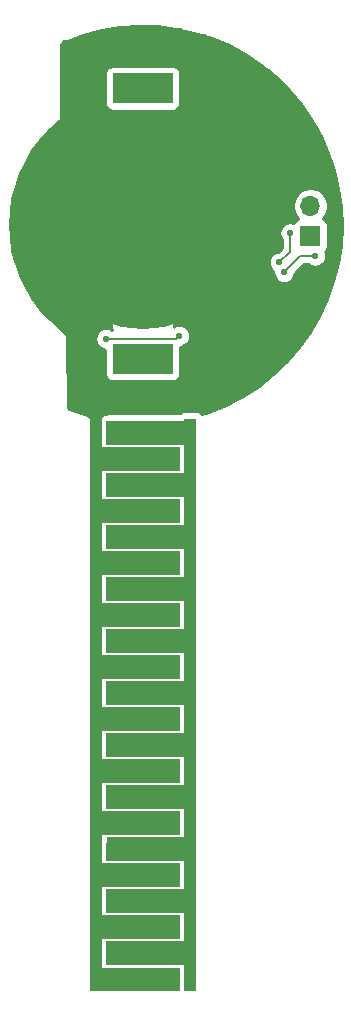
<source format=gbl>
G04 #@! TF.GenerationSoftware,KiCad,Pcbnew,5.1.10*
G04 #@! TF.CreationDate,2021-11-09T15:36:01+02:00*
G04 #@! TF.ProjectId,PlantBuddy,506c616e-7442-4756-9464-792e6b696361,rev?*
G04 #@! TF.SameCoordinates,Original*
G04 #@! TF.FileFunction,Copper,L2,Bot*
G04 #@! TF.FilePolarity,Positive*
%FSLAX46Y46*%
G04 Gerber Fmt 4.6, Leading zero omitted, Abs format (unit mm)*
G04 Created by KiCad (PCBNEW 5.1.10) date 2021-11-09 15:36:01*
%MOMM*%
%LPD*%
G01*
G04 APERTURE LIST*
G04 #@! TA.AperFunction,ComponentPad*
%ADD10O,1.700000X1.700000*%
G04 #@! TD*
G04 #@! TA.AperFunction,ComponentPad*
%ADD11R,1.700000X1.700000*%
G04 #@! TD*
G04 #@! TA.AperFunction,SMDPad,CuDef*
%ADD12R,5.100000X2.500000*%
G04 #@! TD*
G04 #@! TA.AperFunction,SMDPad,CuDef*
%ADD13C,17.800000*%
G04 #@! TD*
G04 #@! TA.AperFunction,ComponentPad*
%ADD14C,0.500000*%
G04 #@! TD*
G04 #@! TA.AperFunction,SMDPad,CuDef*
%ADD15R,4.100000X4.100000*%
G04 #@! TD*
G04 #@! TA.AperFunction,ComponentPad*
%ADD16C,0.100000*%
G04 #@! TD*
G04 #@! TA.AperFunction,ViaPad*
%ADD17C,0.550000*%
G04 #@! TD*
G04 #@! TA.AperFunction,Conductor*
%ADD18C,0.152400*%
G04 #@! TD*
G04 #@! TA.AperFunction,Conductor*
%ADD19C,0.254000*%
G04 #@! TD*
G04 #@! TA.AperFunction,Conductor*
%ADD20C,0.100000*%
G04 #@! TD*
G04 APERTURE END LIST*
D10*
X79892280Y-62856371D03*
D11*
X79892280Y-65396371D03*
D12*
X65694200Y-75803000D03*
D13*
X65694200Y-64353000D03*
D12*
X65694200Y-52903000D03*
D14*
X67450100Y-72725600D03*
X66250100Y-72725600D03*
X65050100Y-72725600D03*
X63850100Y-72725600D03*
X67450100Y-71525600D03*
X66250100Y-71525600D03*
X65050100Y-71525600D03*
X63850100Y-71525600D03*
X67450100Y-70325600D03*
X66250100Y-70325600D03*
X65050100Y-70325600D03*
X63850100Y-70325600D03*
X67450100Y-69125600D03*
X66250100Y-69125600D03*
X65050100Y-69125600D03*
X63850100Y-69125600D03*
D15*
X65650100Y-70925600D03*
G04 #@! TA.AperFunction,ComponentPad*
D16*
G36*
X70219241Y-80863496D02*
G01*
X70220179Y-80863781D01*
X70221044Y-80864243D01*
X70221802Y-80864864D01*
X70222423Y-80865622D01*
X70222885Y-80866487D01*
X70223170Y-80867425D01*
X70223266Y-80868400D01*
X70223266Y-129340066D01*
X70223170Y-129341041D01*
X70222885Y-129341979D01*
X70222423Y-129342844D01*
X70221802Y-129343602D01*
X70221044Y-129344223D01*
X70220179Y-129344685D01*
X70219241Y-129344970D01*
X70218266Y-129345066D01*
X69219199Y-129345066D01*
X69218224Y-129344970D01*
X69217286Y-129344685D01*
X69216421Y-129344223D01*
X69215663Y-129343602D01*
X69215042Y-129342844D01*
X69214580Y-129341979D01*
X69214295Y-129341041D01*
X69214199Y-129340066D01*
X69214199Y-127143733D01*
X62623666Y-127143733D01*
X62622691Y-127143637D01*
X62621753Y-127143352D01*
X62620888Y-127142890D01*
X62620130Y-127142269D01*
X62619509Y-127141511D01*
X62619047Y-127140646D01*
X62618762Y-127139708D01*
X62618666Y-127138733D01*
X62618666Y-125132133D01*
X62618762Y-125131158D01*
X62619047Y-125130220D01*
X62619509Y-125129355D01*
X62620130Y-125128597D01*
X62620888Y-125127976D01*
X62621753Y-125127514D01*
X62622691Y-125127229D01*
X62623666Y-125127133D01*
X69214249Y-125127133D01*
X69209975Y-122736830D01*
X65919313Y-122734705D01*
X62623663Y-122732578D01*
X62622687Y-122732481D01*
X62621750Y-122732196D01*
X62620885Y-122731734D01*
X62620128Y-122731111D01*
X62619507Y-122730353D01*
X62619045Y-122729488D01*
X62618761Y-122728550D01*
X62618666Y-122727578D01*
X62618666Y-120729466D01*
X62618762Y-120728491D01*
X62619047Y-120727553D01*
X62619509Y-120726688D01*
X62620130Y-120725930D01*
X62620888Y-120725309D01*
X62621753Y-120724847D01*
X62622691Y-120724562D01*
X62623666Y-120724466D01*
X69214199Y-120724466D01*
X69214199Y-118329933D01*
X62623597Y-118329933D01*
X62622622Y-118329837D01*
X62621684Y-118329552D01*
X62620819Y-118329090D01*
X62620061Y-118328469D01*
X62619440Y-118327711D01*
X62618978Y-118326846D01*
X62618693Y-118325908D01*
X62618597Y-118324922D01*
X62620748Y-117323739D01*
X62622900Y-116322555D01*
X62622998Y-116321580D01*
X62623285Y-116320643D01*
X62623749Y-116319779D01*
X62624372Y-116319023D01*
X62625131Y-116318403D01*
X62625997Y-116317943D01*
X62626935Y-116317660D01*
X62627897Y-116317566D01*
X65923547Y-116315439D01*
X69214199Y-116313314D01*
X69214199Y-113927266D01*
X62623666Y-113927266D01*
X62622691Y-113927170D01*
X62621753Y-113926885D01*
X62620888Y-113926423D01*
X62620130Y-113925802D01*
X62619509Y-113925044D01*
X62619047Y-113924179D01*
X62618762Y-113923241D01*
X62618666Y-113922266D01*
X62618666Y-111915666D01*
X62618762Y-111914691D01*
X62619047Y-111913753D01*
X62619509Y-111912888D01*
X62620130Y-111912130D01*
X62620888Y-111911509D01*
X62621753Y-111911047D01*
X62622691Y-111910762D01*
X62623666Y-111910666D01*
X69214199Y-111910666D01*
X69214199Y-109516133D01*
X62623666Y-109516133D01*
X62622691Y-109516037D01*
X62621753Y-109515752D01*
X62620888Y-109515290D01*
X62620130Y-109514669D01*
X62619509Y-109513911D01*
X62619047Y-109513046D01*
X62618762Y-109512108D01*
X62618666Y-109511133D01*
X62618666Y-107513021D01*
X62618762Y-107512046D01*
X62619047Y-107511108D01*
X62619509Y-107510243D01*
X62620130Y-107509485D01*
X62620888Y-107508864D01*
X62621753Y-107508402D01*
X62622691Y-107508117D01*
X62623663Y-107508021D01*
X65919313Y-107505894D01*
X69209975Y-107503769D01*
X69214249Y-105113466D01*
X62623666Y-105113466D01*
X62622691Y-105113370D01*
X62621753Y-105113085D01*
X62620888Y-105112623D01*
X62620130Y-105112002D01*
X62619509Y-105111244D01*
X62619047Y-105110379D01*
X62618762Y-105109441D01*
X62618666Y-105108466D01*
X62618666Y-103101866D01*
X62618762Y-103100891D01*
X62619047Y-103099953D01*
X62619509Y-103099088D01*
X62620130Y-103098330D01*
X62620888Y-103097709D01*
X62621753Y-103097247D01*
X62622691Y-103096962D01*
X62623666Y-103096866D01*
X69214199Y-103096866D01*
X69214199Y-100702333D01*
X62623666Y-100702333D01*
X62622691Y-100702237D01*
X62621753Y-100701952D01*
X62620888Y-100701490D01*
X62620130Y-100700869D01*
X62619509Y-100700111D01*
X62619047Y-100699246D01*
X62618762Y-100698308D01*
X62618666Y-100697333D01*
X62618666Y-98699200D01*
X62618762Y-98698225D01*
X62619047Y-98697287D01*
X62619509Y-98696422D01*
X62620130Y-98695664D01*
X62620888Y-98695043D01*
X62621753Y-98694581D01*
X62622691Y-98694296D01*
X62623666Y-98694200D01*
X69214199Y-98694200D01*
X69214199Y-96299666D01*
X62623666Y-96299666D01*
X62622691Y-96299570D01*
X62621753Y-96299285D01*
X62620888Y-96298823D01*
X62620130Y-96298202D01*
X62619509Y-96297444D01*
X62619047Y-96296579D01*
X62618762Y-96295641D01*
X62618666Y-96294666D01*
X62618666Y-94288066D01*
X62618762Y-94287091D01*
X62619047Y-94286153D01*
X62619509Y-94285288D01*
X62620130Y-94284530D01*
X62620888Y-94283909D01*
X62621753Y-94283447D01*
X62622691Y-94283162D01*
X62623666Y-94283066D01*
X69214199Y-94283066D01*
X69214199Y-91888533D01*
X62623666Y-91888533D01*
X62622691Y-91888437D01*
X62621753Y-91888152D01*
X62620888Y-91887690D01*
X62620130Y-91887069D01*
X62619509Y-91886311D01*
X62619047Y-91885446D01*
X62618762Y-91884508D01*
X62618666Y-91883533D01*
X62618666Y-89885400D01*
X62618762Y-89884425D01*
X62619047Y-89883487D01*
X62619509Y-89882622D01*
X62620130Y-89881864D01*
X62620888Y-89881243D01*
X62621753Y-89880781D01*
X62622691Y-89880496D01*
X62623666Y-89880400D01*
X69214199Y-89880400D01*
X69214199Y-87485866D01*
X62623666Y-87485866D01*
X62622691Y-87485770D01*
X62621753Y-87485485D01*
X62620888Y-87485023D01*
X62620130Y-87484402D01*
X62619509Y-87483644D01*
X62619047Y-87482779D01*
X62618762Y-87481841D01*
X62618666Y-87480866D01*
X62618666Y-85474266D01*
X62618762Y-85473291D01*
X62619047Y-85472353D01*
X62619509Y-85471488D01*
X62620130Y-85470730D01*
X62620888Y-85470109D01*
X62621753Y-85469647D01*
X62622691Y-85469362D01*
X62623666Y-85469266D01*
X69214199Y-85469266D01*
X69214199Y-83074733D01*
X62623666Y-83074733D01*
X62622691Y-83074637D01*
X62621753Y-83074352D01*
X62620888Y-83073890D01*
X62620130Y-83073269D01*
X62619509Y-83072511D01*
X62619047Y-83071646D01*
X62618762Y-83070708D01*
X62618666Y-83069733D01*
X62618666Y-81071600D01*
X62618762Y-81070625D01*
X62619047Y-81069687D01*
X62619509Y-81068822D01*
X62620130Y-81068064D01*
X62620888Y-81067443D01*
X62621753Y-81066981D01*
X62622691Y-81066696D01*
X62623666Y-81066600D01*
X69214199Y-81066600D01*
X69214199Y-80868400D01*
X69214295Y-80867425D01*
X69214580Y-80866487D01*
X69215042Y-80865622D01*
X69215663Y-80864864D01*
X69216421Y-80864243D01*
X69217286Y-80863781D01*
X69218224Y-80863496D01*
X69219199Y-80863400D01*
X70218266Y-80863400D01*
X70219241Y-80863496D01*
G37*
G04 #@! TD.AperFunction*
G04 #@! TA.AperFunction,ComponentPad*
G36*
X62218241Y-80863496D02*
G01*
X62219179Y-80863781D01*
X62220044Y-80864243D01*
X62220802Y-80864864D01*
X62221423Y-80865622D01*
X62221885Y-80866487D01*
X62222170Y-80867425D01*
X62222266Y-80868400D01*
X62222266Y-83267933D01*
X68812799Y-83267933D01*
X68813774Y-83268029D01*
X68814712Y-83268314D01*
X68815577Y-83268776D01*
X68816335Y-83269397D01*
X68816956Y-83270155D01*
X68817418Y-83271020D01*
X68817703Y-83271958D01*
X68817799Y-83272933D01*
X68817799Y-85279533D01*
X68817703Y-85280508D01*
X68817418Y-85281446D01*
X68816956Y-85282311D01*
X68816335Y-85283069D01*
X68815577Y-85283690D01*
X68814712Y-85284152D01*
X68813774Y-85284437D01*
X68812799Y-85284533D01*
X62222217Y-85284533D01*
X62224354Y-86479674D01*
X62226490Y-87674836D01*
X65517153Y-87676960D01*
X68812803Y-87679088D01*
X68813779Y-87679185D01*
X68814716Y-87679470D01*
X68815581Y-87679932D01*
X68816338Y-87680555D01*
X68816959Y-87681313D01*
X68817421Y-87682178D01*
X68817705Y-87683116D01*
X68817800Y-87684088D01*
X68817799Y-88683144D01*
X68817799Y-89682200D01*
X68817703Y-89683175D01*
X68817418Y-89684113D01*
X68816956Y-89684978D01*
X68816335Y-89685736D01*
X68815577Y-89686357D01*
X68814712Y-89686819D01*
X68813774Y-89687104D01*
X68812799Y-89687200D01*
X62222266Y-89687200D01*
X62222266Y-92081733D01*
X68812869Y-92081733D01*
X68813844Y-92081829D01*
X68814782Y-92082114D01*
X68815647Y-92082576D01*
X68816405Y-92083197D01*
X68817026Y-92083955D01*
X68817488Y-92084820D01*
X68817773Y-92085758D01*
X68817869Y-92086744D01*
X68815718Y-93087927D01*
X68813566Y-94089110D01*
X68813468Y-94090085D01*
X68813181Y-94091022D01*
X68812717Y-94091886D01*
X68812094Y-94092642D01*
X68811335Y-94093262D01*
X68810469Y-94093722D01*
X68809531Y-94094005D01*
X68808569Y-94094099D01*
X65512919Y-94096227D01*
X62222266Y-94098351D01*
X62222266Y-96484399D01*
X68812799Y-96484399D01*
X68813774Y-96484495D01*
X68814712Y-96484780D01*
X68815577Y-96485242D01*
X68816335Y-96485863D01*
X68816956Y-96486621D01*
X68817418Y-96487486D01*
X68817703Y-96488424D01*
X68817799Y-96489399D01*
X68817799Y-98496000D01*
X68817703Y-98496975D01*
X68817418Y-98497913D01*
X68816956Y-98498778D01*
X68816335Y-98499536D01*
X68815577Y-98500157D01*
X68814712Y-98500619D01*
X68813774Y-98500904D01*
X68812799Y-98501000D01*
X62222266Y-98501000D01*
X62222266Y-100895533D01*
X68812799Y-100895533D01*
X68813774Y-100895629D01*
X68814712Y-100895914D01*
X68815577Y-100896376D01*
X68816335Y-100896997D01*
X68816956Y-100897755D01*
X68817418Y-100898620D01*
X68817703Y-100899558D01*
X68817799Y-100900533D01*
X68817799Y-101899589D01*
X68817800Y-102898645D01*
X68817704Y-102899620D01*
X68817419Y-102900558D01*
X68816957Y-102901423D01*
X68816336Y-102902181D01*
X68815578Y-102902802D01*
X68814713Y-102903264D01*
X68813775Y-102903549D01*
X68812803Y-102903645D01*
X65517153Y-102905772D01*
X62226490Y-102907897D01*
X62224354Y-104103059D01*
X62222217Y-105298200D01*
X68812799Y-105298200D01*
X68813774Y-105298296D01*
X68814712Y-105298581D01*
X68815577Y-105299043D01*
X68816335Y-105299664D01*
X68816956Y-105300422D01*
X68817418Y-105301287D01*
X68817703Y-105302225D01*
X68817799Y-105303200D01*
X68817799Y-107309799D01*
X68817703Y-107310774D01*
X68817418Y-107311712D01*
X68816956Y-107312577D01*
X68816335Y-107313335D01*
X68815577Y-107313956D01*
X68814712Y-107314418D01*
X68813774Y-107314703D01*
X68812799Y-107314799D01*
X62222266Y-107314799D01*
X62222266Y-109709333D01*
X68812799Y-109709333D01*
X68813774Y-109709429D01*
X68814712Y-109709714D01*
X68815577Y-109710176D01*
X68816335Y-109710797D01*
X68816956Y-109711555D01*
X68817418Y-109712420D01*
X68817703Y-109713358D01*
X68817799Y-109714333D01*
X68817799Y-111712466D01*
X68817703Y-111713441D01*
X68817418Y-111714379D01*
X68816956Y-111715244D01*
X68816335Y-111716002D01*
X68815577Y-111716623D01*
X68814712Y-111717085D01*
X68813774Y-111717370D01*
X68812799Y-111717466D01*
X62222266Y-111717466D01*
X62222266Y-114111999D01*
X68812799Y-114111999D01*
X68813774Y-114112095D01*
X68814712Y-114112380D01*
X68815577Y-114112842D01*
X68816335Y-114113463D01*
X68816956Y-114114221D01*
X68817418Y-114115086D01*
X68817703Y-114116024D01*
X68817799Y-114116999D01*
X68817799Y-116123600D01*
X68817703Y-116124575D01*
X68817418Y-116125513D01*
X68816956Y-116126378D01*
X68816335Y-116127136D01*
X68815577Y-116127757D01*
X68814712Y-116128219D01*
X68813774Y-116128504D01*
X68812799Y-116128600D01*
X62222266Y-116128600D01*
X62222266Y-118523133D01*
X68812799Y-118523133D01*
X68813774Y-118523229D01*
X68814712Y-118523514D01*
X68815577Y-118523976D01*
X68816335Y-118524597D01*
X68816956Y-118525355D01*
X68817418Y-118526220D01*
X68817703Y-118527158D01*
X68817799Y-118528133D01*
X68817799Y-120526266D01*
X68817703Y-120527241D01*
X68817418Y-120528179D01*
X68816956Y-120529044D01*
X68816335Y-120529802D01*
X68815577Y-120530423D01*
X68814712Y-120530885D01*
X68813774Y-120531170D01*
X68812799Y-120531266D01*
X62222266Y-120531266D01*
X62222266Y-122925800D01*
X68812799Y-122925800D01*
X68813774Y-122925896D01*
X68814712Y-122926181D01*
X68815577Y-122926643D01*
X68816335Y-122927264D01*
X68816956Y-122928022D01*
X68817418Y-122928887D01*
X68817703Y-122929825D01*
X68817799Y-122930800D01*
X68817799Y-124937400D01*
X68817703Y-124938375D01*
X68817418Y-124939313D01*
X68816956Y-124940178D01*
X68816335Y-124940936D01*
X68815577Y-124941557D01*
X68814712Y-124942019D01*
X68813774Y-124942304D01*
X68812799Y-124942400D01*
X62222266Y-124942400D01*
X62222266Y-127336933D01*
X68812799Y-127336933D01*
X68813774Y-127337029D01*
X68814712Y-127337314D01*
X68815577Y-127337776D01*
X68816335Y-127338397D01*
X68816956Y-127339155D01*
X68817418Y-127340020D01*
X68817703Y-127340958D01*
X68817799Y-127341933D01*
X68817799Y-129340066D01*
X68817703Y-129341041D01*
X68817418Y-129341979D01*
X68816956Y-129342844D01*
X68816335Y-129343602D01*
X68815577Y-129344223D01*
X68814712Y-129344685D01*
X68813774Y-129344970D01*
X68812799Y-129345066D01*
X61218200Y-129345066D01*
X61217225Y-129344970D01*
X61216287Y-129344685D01*
X61215422Y-129344223D01*
X61214664Y-129343602D01*
X61214043Y-129342844D01*
X61213581Y-129341979D01*
X61213296Y-129341041D01*
X61213200Y-129340066D01*
X61213200Y-80868400D01*
X61213296Y-80867425D01*
X61213581Y-80866487D01*
X61214043Y-80865622D01*
X61214664Y-80864864D01*
X61215422Y-80864243D01*
X61216287Y-80863781D01*
X61217225Y-80863496D01*
X61218200Y-80863400D01*
X62217266Y-80863400D01*
X62218241Y-80863496D01*
G37*
G04 #@! TD.AperFunction*
D17*
X62575090Y-74108571D03*
X68792480Y-73854571D03*
X70316480Y-70400171D03*
X55016400Y-64414400D03*
X70874780Y-79929033D03*
X72801358Y-79166246D03*
X74617142Y-78168011D03*
X76293496Y-76950069D03*
X77803982Y-75531627D03*
X79124780Y-73935057D03*
X80235060Y-72185536D03*
X81117312Y-70310655D03*
X81757622Y-68339983D03*
X82145893Y-66304598D03*
X82276000Y-64236600D03*
X82145893Y-62168602D03*
X81757622Y-60133217D03*
X81117312Y-58162545D03*
X80235060Y-56287664D03*
X79124780Y-54538143D03*
X77803982Y-52941573D03*
X76293496Y-51523131D03*
X74617142Y-50305189D03*
X72801358Y-49306954D03*
X70874780Y-48544167D03*
X68867792Y-48028860D03*
X66812044Y-47769159D03*
X64739956Y-47769159D03*
X62684208Y-48028860D03*
X60677220Y-48544167D03*
X59140480Y-49089571D03*
X55099196Y-65730399D03*
X55346277Y-67025644D03*
X55753747Y-68279708D03*
X56315180Y-69472814D03*
X58823448Y-72504789D03*
X58823448Y-56324011D03*
X57862229Y-57226655D03*
X57021722Y-58242655D03*
X56315180Y-59355986D03*
X55753747Y-60549092D03*
X55346277Y-61803156D03*
X55099196Y-63098401D03*
X77860280Y-72381371D03*
X77834880Y-70781171D03*
X74863080Y-75886571D03*
X64068080Y-79467971D03*
X59292880Y-55464971D03*
X58302280Y-62729371D03*
X67522480Y-55388771D03*
X65769843Y-55302980D03*
X60677220Y-79929033D03*
X59369080Y-73346571D03*
X59165880Y-50588171D03*
X59191280Y-52061371D03*
X59191280Y-53661571D03*
X59422480Y-74537771D03*
X65706377Y-52891763D03*
X77250680Y-67631571D03*
X78165080Y-65142371D03*
X77657080Y-68469771D03*
X80298680Y-67098171D03*
D18*
X62575090Y-74108571D02*
X68538480Y-74108571D01*
X68538480Y-74108571D02*
X68792480Y-73854571D01*
X77250680Y-67631571D02*
X78165080Y-66717171D01*
X78165080Y-66717171D02*
X78165080Y-65142371D01*
X79028680Y-67098171D02*
X80298680Y-67098171D01*
X77657080Y-68469771D02*
X79028680Y-67098171D01*
D19*
X66891529Y-47657860D02*
X68464836Y-47842638D01*
X70013759Y-48174655D01*
X71524584Y-48650971D01*
X72983860Y-49267348D01*
X74378663Y-50018323D01*
X75696602Y-50897227D01*
X76925977Y-51896258D01*
X78055880Y-53006550D01*
X79076279Y-54218247D01*
X79978124Y-55520602D01*
X80753402Y-56902045D01*
X81395228Y-58350302D01*
X81897920Y-59852554D01*
X82257002Y-61395431D01*
X82469295Y-62965266D01*
X82532911Y-64548093D01*
X82447286Y-66129904D01*
X82213180Y-67696635D01*
X81832675Y-69234362D01*
X81309138Y-70729476D01*
X80647228Y-72168677D01*
X79852815Y-73539197D01*
X78932942Y-74828884D01*
X77895794Y-76026266D01*
X76750550Y-77120744D01*
X75507410Y-78102571D01*
X74177366Y-78963066D01*
X72772259Y-79694566D01*
X71297335Y-80293517D01*
X70727612Y-80478649D01*
X70716002Y-80461252D01*
X70715381Y-80460494D01*
X70626172Y-80371285D01*
X70625414Y-80370664D01*
X70521651Y-80301419D01*
X70520786Y-80300957D01*
X70405676Y-80253268D01*
X70404738Y-80252983D01*
X70281764Y-80228495D01*
X70280789Y-80228399D01*
X70218266Y-80225328D01*
X69219199Y-80225328D01*
X69156676Y-80228399D01*
X69155701Y-80228495D01*
X69032727Y-80252983D01*
X69031789Y-80253268D01*
X68916679Y-80300957D01*
X68915814Y-80301419D01*
X68812051Y-80370664D01*
X68811293Y-80371285D01*
X68754050Y-80428528D01*
X62623666Y-80428528D01*
X62561143Y-80431599D01*
X62560168Y-80431695D01*
X62437194Y-80456183D01*
X62436256Y-80456468D01*
X62321146Y-80504157D01*
X62320281Y-80504619D01*
X62216518Y-80573864D01*
X62215760Y-80574485D01*
X62126551Y-80663694D01*
X62125930Y-80664452D01*
X62056685Y-80768215D01*
X62056223Y-80769080D01*
X62008534Y-80884190D01*
X62008249Y-80885128D01*
X61983761Y-81008102D01*
X61983665Y-81009077D01*
X61980594Y-81071600D01*
X61980594Y-83069733D01*
X61983665Y-83132256D01*
X61983761Y-83133231D01*
X62008249Y-83256205D01*
X62008534Y-83257143D01*
X62056223Y-83372253D01*
X62056685Y-83373118D01*
X62125930Y-83476881D01*
X62126551Y-83477639D01*
X62215760Y-83566848D01*
X62216518Y-83567469D01*
X62320281Y-83636714D01*
X62321146Y-83637176D01*
X62436256Y-83684865D01*
X62437194Y-83685150D01*
X62560168Y-83709638D01*
X62561143Y-83709734D01*
X62623666Y-83712805D01*
X68576127Y-83712805D01*
X68576127Y-84831194D01*
X62623666Y-84831194D01*
X62561143Y-84834265D01*
X62560168Y-84834361D01*
X62437194Y-84858849D01*
X62436256Y-84859134D01*
X62321146Y-84906823D01*
X62320281Y-84907285D01*
X62216518Y-84976530D01*
X62215760Y-84977151D01*
X62126551Y-85066360D01*
X62125930Y-85067118D01*
X62056685Y-85170881D01*
X62056223Y-85171746D01*
X62008534Y-85286856D01*
X62008249Y-85287794D01*
X61983761Y-85410768D01*
X61983665Y-85411743D01*
X61980594Y-85474266D01*
X61980594Y-87403178D01*
X61404080Y-87411363D01*
X61404080Y-81227930D01*
X61404811Y-81217472D01*
X61404080Y-81187604D01*
X61404080Y-81168033D01*
X61403443Y-81161562D01*
X61403232Y-81152956D01*
X61399575Y-81122295D01*
X61394168Y-81067397D01*
X61382943Y-81030394D01*
X61381949Y-81025796D01*
X61372797Y-80996945D01*
X61354999Y-80938274D01*
X61337478Y-80905495D01*
X61337216Y-80904877D01*
X61331297Y-80893931D01*
X61291392Y-80819273D01*
X61205790Y-80714969D01*
X61101486Y-80629368D01*
X60982485Y-80565761D01*
X60932836Y-80550700D01*
X59420775Y-80021229D01*
X59324955Y-79977160D01*
X59250442Y-74018944D01*
X61665090Y-74018944D01*
X61665090Y-74198198D01*
X61700061Y-74374008D01*
X61768659Y-74539618D01*
X61868247Y-74688662D01*
X61994999Y-74815414D01*
X62144043Y-74915002D01*
X62309653Y-74983600D01*
X62485463Y-75018571D01*
X62506128Y-75018571D01*
X62506128Y-77053000D01*
X62518388Y-77177482D01*
X62554698Y-77297180D01*
X62613663Y-77407494D01*
X62693015Y-77504185D01*
X62789706Y-77583537D01*
X62900020Y-77642502D01*
X63019718Y-77678812D01*
X63144200Y-77691072D01*
X68244200Y-77691072D01*
X68368682Y-77678812D01*
X68488380Y-77642502D01*
X68598694Y-77583537D01*
X68695385Y-77504185D01*
X68774737Y-77407494D01*
X68833702Y-77297180D01*
X68870012Y-77177482D01*
X68882272Y-77053000D01*
X68882272Y-74764538D01*
X69057917Y-74729600D01*
X69223527Y-74661002D01*
X69372571Y-74561414D01*
X69499323Y-74434662D01*
X69598911Y-74285618D01*
X69667509Y-74120008D01*
X69702480Y-73944198D01*
X69702480Y-73764944D01*
X69667509Y-73589134D01*
X69598911Y-73423524D01*
X69499323Y-73274480D01*
X69372571Y-73147728D01*
X69223527Y-73048140D01*
X69057917Y-72979542D01*
X68882107Y-72944571D01*
X68702853Y-72944571D01*
X68527043Y-72979542D01*
X68361433Y-73048140D01*
X68328886Y-73069887D01*
X68338172Y-72975600D01*
X68335100Y-71211350D01*
X68237579Y-71113829D01*
X68234927Y-71107426D01*
X68231094Y-71107344D01*
X68176350Y-71052600D01*
X67869513Y-71052600D01*
X67872148Y-70929604D01*
X67872316Y-70929436D01*
X67872234Y-70925600D01*
X67872316Y-70921764D01*
X67872148Y-70921596D01*
X67869513Y-70798600D01*
X68176350Y-70798600D01*
X68231094Y-70743856D01*
X68234927Y-70743774D01*
X68237563Y-70737387D01*
X68335100Y-70639850D01*
X68338172Y-68875600D01*
X68325912Y-68751118D01*
X68289602Y-68631420D01*
X68230637Y-68521106D01*
X68151285Y-68424415D01*
X68054594Y-68345063D01*
X67944280Y-68286098D01*
X67824582Y-68249788D01*
X67700100Y-68237528D01*
X65935850Y-68240600D01*
X65838329Y-68338121D01*
X65831926Y-68340773D01*
X65831844Y-68344606D01*
X65777100Y-68399350D01*
X65777100Y-68706187D01*
X65654104Y-68703552D01*
X65653936Y-68703384D01*
X65650100Y-68703466D01*
X65646264Y-68703384D01*
X65646096Y-68703552D01*
X65523100Y-68706187D01*
X65523100Y-68399350D01*
X65468356Y-68344606D01*
X65468274Y-68340773D01*
X65461887Y-68338137D01*
X65364350Y-68240600D01*
X63600100Y-68237528D01*
X63475618Y-68249788D01*
X63355920Y-68286098D01*
X63245606Y-68345063D01*
X63148915Y-68424415D01*
X63069563Y-68521106D01*
X63010598Y-68631420D01*
X62974288Y-68751118D01*
X62962028Y-68875600D01*
X62965100Y-70639850D01*
X63062621Y-70737371D01*
X63065273Y-70743774D01*
X63069106Y-70743856D01*
X63123850Y-70798600D01*
X63430687Y-70798600D01*
X63428052Y-70921596D01*
X63427884Y-70921764D01*
X63427966Y-70925600D01*
X63427884Y-70929436D01*
X63428052Y-70929604D01*
X63430687Y-71052600D01*
X63123850Y-71052600D01*
X63069106Y-71107344D01*
X63065273Y-71107426D01*
X63062637Y-71113813D01*
X62965100Y-71211350D01*
X62962028Y-72975600D01*
X62974288Y-73100082D01*
X63010598Y-73219780D01*
X63069563Y-73330094D01*
X63095776Y-73362035D01*
X63006137Y-73302140D01*
X62840527Y-73233542D01*
X62664717Y-73198571D01*
X62485463Y-73198571D01*
X62309653Y-73233542D01*
X62144043Y-73302140D01*
X61994999Y-73401728D01*
X61868247Y-73528480D01*
X61768659Y-73677524D01*
X61700061Y-73843134D01*
X61665090Y-74018944D01*
X59250442Y-74018944D01*
X59247339Y-73770864D01*
X59244589Y-73746120D01*
X59237065Y-73722388D01*
X59225055Y-73700580D01*
X59203084Y-73676099D01*
X58566267Y-73129290D01*
X57743211Y-72383315D01*
X57000287Y-71563624D01*
X56341291Y-70675071D01*
X55772555Y-69726193D01*
X55299563Y-68726135D01*
X54926877Y-67684546D01*
X54891158Y-67541944D01*
X76340680Y-67541944D01*
X76340680Y-67721198D01*
X76375651Y-67897008D01*
X76444249Y-68062618D01*
X76543837Y-68211662D01*
X76670589Y-68338414D01*
X76747080Y-68389524D01*
X76747080Y-68559398D01*
X76782051Y-68735208D01*
X76850649Y-68900818D01*
X76950237Y-69049862D01*
X77076989Y-69176614D01*
X77226033Y-69276202D01*
X77391643Y-69344800D01*
X77567453Y-69379771D01*
X77746707Y-69379771D01*
X77922517Y-69344800D01*
X78088127Y-69276202D01*
X78237171Y-69176614D01*
X78363923Y-69049862D01*
X78463511Y-68900818D01*
X78532109Y-68735208D01*
X78565550Y-68567088D01*
X79323269Y-67809371D01*
X79725110Y-67809371D01*
X79867633Y-67904602D01*
X80033243Y-67973200D01*
X80209053Y-68008171D01*
X80388307Y-68008171D01*
X80564117Y-67973200D01*
X80729727Y-67904602D01*
X80878771Y-67805014D01*
X81005523Y-67678262D01*
X81105111Y-67529218D01*
X81173709Y-67363608D01*
X81208680Y-67187798D01*
X81208680Y-67008544D01*
X81173709Y-66832734D01*
X81136933Y-66743950D01*
X81193465Y-66697556D01*
X81272817Y-66600865D01*
X81331782Y-66490551D01*
X81368092Y-66370853D01*
X81380352Y-66246371D01*
X81380352Y-64546371D01*
X81368092Y-64421889D01*
X81331782Y-64302191D01*
X81272817Y-64191877D01*
X81193465Y-64095186D01*
X81096774Y-64015834D01*
X80986460Y-63956869D01*
X80913900Y-63934858D01*
X81045755Y-63803003D01*
X81208270Y-63559782D01*
X81320212Y-63289529D01*
X81377280Y-63002631D01*
X81377280Y-62710111D01*
X81320212Y-62423213D01*
X81208270Y-62152960D01*
X81045755Y-61909739D01*
X80838912Y-61702896D01*
X80595691Y-61540381D01*
X80325438Y-61428439D01*
X80038540Y-61371371D01*
X79746020Y-61371371D01*
X79459122Y-61428439D01*
X79188869Y-61540381D01*
X78945648Y-61702896D01*
X78738805Y-61909739D01*
X78576290Y-62152960D01*
X78464348Y-62423213D01*
X78407280Y-62710111D01*
X78407280Y-63002631D01*
X78464348Y-63289529D01*
X78576290Y-63559782D01*
X78738805Y-63803003D01*
X78870660Y-63934858D01*
X78798100Y-63956869D01*
X78687786Y-64015834D01*
X78591095Y-64095186D01*
X78511743Y-64191877D01*
X78463994Y-64281208D01*
X78430517Y-64267342D01*
X78254707Y-64232371D01*
X78075453Y-64232371D01*
X77899643Y-64267342D01*
X77734033Y-64335940D01*
X77584989Y-64435528D01*
X77458237Y-64562280D01*
X77358649Y-64711324D01*
X77290051Y-64876934D01*
X77255080Y-65052744D01*
X77255080Y-65231998D01*
X77290051Y-65407808D01*
X77358649Y-65573418D01*
X77453881Y-65715942D01*
X77453880Y-66422583D01*
X77153363Y-66723101D01*
X76985243Y-66756542D01*
X76819633Y-66825140D01*
X76670589Y-66924728D01*
X76543837Y-67051480D01*
X76444249Y-67200524D01*
X76375651Y-67366134D01*
X76340680Y-67541944D01*
X54891158Y-67541944D01*
X54658074Y-66611426D01*
X54495753Y-65517145D01*
X54441470Y-64412209D01*
X54495753Y-63307273D01*
X54658074Y-62212992D01*
X54926877Y-61139872D01*
X55299563Y-60098283D01*
X55772555Y-59098225D01*
X56341291Y-58149347D01*
X57000287Y-57260794D01*
X57743211Y-56441103D01*
X58562900Y-55698180D01*
X58755089Y-55555644D01*
X58773537Y-55538924D01*
X58788367Y-55518927D01*
X58799012Y-55496421D01*
X58805061Y-55472271D01*
X58806436Y-55453663D01*
X58807247Y-51653000D01*
X62506128Y-51653000D01*
X62506128Y-54153000D01*
X62518388Y-54277482D01*
X62554698Y-54397180D01*
X62613663Y-54507494D01*
X62693015Y-54604185D01*
X62789706Y-54683537D01*
X62900020Y-54742502D01*
X63019718Y-54778812D01*
X63144200Y-54791072D01*
X68244200Y-54791072D01*
X68368682Y-54778812D01*
X68488380Y-54742502D01*
X68598694Y-54683537D01*
X68695385Y-54604185D01*
X68774737Y-54507494D01*
X68833702Y-54397180D01*
X68870012Y-54277482D01*
X68882272Y-54153000D01*
X68882272Y-51653000D01*
X68870012Y-51528518D01*
X68833702Y-51408820D01*
X68774737Y-51298506D01*
X68695385Y-51201815D01*
X68598694Y-51122463D01*
X68488380Y-51063498D01*
X68368682Y-51027188D01*
X68244200Y-51014928D01*
X63144200Y-51014928D01*
X63019718Y-51027188D01*
X62900020Y-51063498D01*
X62789706Y-51122463D01*
X62693015Y-51201815D01*
X62613663Y-51298506D01*
X62554698Y-51408820D01*
X62518388Y-51528518D01*
X62506128Y-51653000D01*
X58807247Y-51653000D01*
X58807789Y-49117897D01*
X59148822Y-48953758D01*
X60634524Y-48404135D01*
X62165368Y-47996765D01*
X63727757Y-47735267D01*
X65307823Y-47621964D01*
X66891529Y-47657860D01*
G04 #@! TA.AperFunction,Conductor*
D20*
G36*
X66891529Y-47657860D02*
G01*
X68464836Y-47842638D01*
X70013759Y-48174655D01*
X71524584Y-48650971D01*
X72983860Y-49267348D01*
X74378663Y-50018323D01*
X75696602Y-50897227D01*
X76925977Y-51896258D01*
X78055880Y-53006550D01*
X79076279Y-54218247D01*
X79978124Y-55520602D01*
X80753402Y-56902045D01*
X81395228Y-58350302D01*
X81897920Y-59852554D01*
X82257002Y-61395431D01*
X82469295Y-62965266D01*
X82532911Y-64548093D01*
X82447286Y-66129904D01*
X82213180Y-67696635D01*
X81832675Y-69234362D01*
X81309138Y-70729476D01*
X80647228Y-72168677D01*
X79852815Y-73539197D01*
X78932942Y-74828884D01*
X77895794Y-76026266D01*
X76750550Y-77120744D01*
X75507410Y-78102571D01*
X74177366Y-78963066D01*
X72772259Y-79694566D01*
X71297335Y-80293517D01*
X70727612Y-80478649D01*
X70716002Y-80461252D01*
X70715381Y-80460494D01*
X70626172Y-80371285D01*
X70625414Y-80370664D01*
X70521651Y-80301419D01*
X70520786Y-80300957D01*
X70405676Y-80253268D01*
X70404738Y-80252983D01*
X70281764Y-80228495D01*
X70280789Y-80228399D01*
X70218266Y-80225328D01*
X69219199Y-80225328D01*
X69156676Y-80228399D01*
X69155701Y-80228495D01*
X69032727Y-80252983D01*
X69031789Y-80253268D01*
X68916679Y-80300957D01*
X68915814Y-80301419D01*
X68812051Y-80370664D01*
X68811293Y-80371285D01*
X68754050Y-80428528D01*
X62623666Y-80428528D01*
X62561143Y-80431599D01*
X62560168Y-80431695D01*
X62437194Y-80456183D01*
X62436256Y-80456468D01*
X62321146Y-80504157D01*
X62320281Y-80504619D01*
X62216518Y-80573864D01*
X62215760Y-80574485D01*
X62126551Y-80663694D01*
X62125930Y-80664452D01*
X62056685Y-80768215D01*
X62056223Y-80769080D01*
X62008534Y-80884190D01*
X62008249Y-80885128D01*
X61983761Y-81008102D01*
X61983665Y-81009077D01*
X61980594Y-81071600D01*
X61980594Y-83069733D01*
X61983665Y-83132256D01*
X61983761Y-83133231D01*
X62008249Y-83256205D01*
X62008534Y-83257143D01*
X62056223Y-83372253D01*
X62056685Y-83373118D01*
X62125930Y-83476881D01*
X62126551Y-83477639D01*
X62215760Y-83566848D01*
X62216518Y-83567469D01*
X62320281Y-83636714D01*
X62321146Y-83637176D01*
X62436256Y-83684865D01*
X62437194Y-83685150D01*
X62560168Y-83709638D01*
X62561143Y-83709734D01*
X62623666Y-83712805D01*
X68576127Y-83712805D01*
X68576127Y-84831194D01*
X62623666Y-84831194D01*
X62561143Y-84834265D01*
X62560168Y-84834361D01*
X62437194Y-84858849D01*
X62436256Y-84859134D01*
X62321146Y-84906823D01*
X62320281Y-84907285D01*
X62216518Y-84976530D01*
X62215760Y-84977151D01*
X62126551Y-85066360D01*
X62125930Y-85067118D01*
X62056685Y-85170881D01*
X62056223Y-85171746D01*
X62008534Y-85286856D01*
X62008249Y-85287794D01*
X61983761Y-85410768D01*
X61983665Y-85411743D01*
X61980594Y-85474266D01*
X61980594Y-87403178D01*
X61404080Y-87411363D01*
X61404080Y-81227930D01*
X61404811Y-81217472D01*
X61404080Y-81187604D01*
X61404080Y-81168033D01*
X61403443Y-81161562D01*
X61403232Y-81152956D01*
X61399575Y-81122295D01*
X61394168Y-81067397D01*
X61382943Y-81030394D01*
X61381949Y-81025796D01*
X61372797Y-80996945D01*
X61354999Y-80938274D01*
X61337478Y-80905495D01*
X61337216Y-80904877D01*
X61331297Y-80893931D01*
X61291392Y-80819273D01*
X61205790Y-80714969D01*
X61101486Y-80629368D01*
X60982485Y-80565761D01*
X60932836Y-80550700D01*
X59420775Y-80021229D01*
X59324955Y-79977160D01*
X59250442Y-74018944D01*
X61665090Y-74018944D01*
X61665090Y-74198198D01*
X61700061Y-74374008D01*
X61768659Y-74539618D01*
X61868247Y-74688662D01*
X61994999Y-74815414D01*
X62144043Y-74915002D01*
X62309653Y-74983600D01*
X62485463Y-75018571D01*
X62506128Y-75018571D01*
X62506128Y-77053000D01*
X62518388Y-77177482D01*
X62554698Y-77297180D01*
X62613663Y-77407494D01*
X62693015Y-77504185D01*
X62789706Y-77583537D01*
X62900020Y-77642502D01*
X63019718Y-77678812D01*
X63144200Y-77691072D01*
X68244200Y-77691072D01*
X68368682Y-77678812D01*
X68488380Y-77642502D01*
X68598694Y-77583537D01*
X68695385Y-77504185D01*
X68774737Y-77407494D01*
X68833702Y-77297180D01*
X68870012Y-77177482D01*
X68882272Y-77053000D01*
X68882272Y-74764538D01*
X69057917Y-74729600D01*
X69223527Y-74661002D01*
X69372571Y-74561414D01*
X69499323Y-74434662D01*
X69598911Y-74285618D01*
X69667509Y-74120008D01*
X69702480Y-73944198D01*
X69702480Y-73764944D01*
X69667509Y-73589134D01*
X69598911Y-73423524D01*
X69499323Y-73274480D01*
X69372571Y-73147728D01*
X69223527Y-73048140D01*
X69057917Y-72979542D01*
X68882107Y-72944571D01*
X68702853Y-72944571D01*
X68527043Y-72979542D01*
X68361433Y-73048140D01*
X68328886Y-73069887D01*
X68338172Y-72975600D01*
X68335100Y-71211350D01*
X68237579Y-71113829D01*
X68234927Y-71107426D01*
X68231094Y-71107344D01*
X68176350Y-71052600D01*
X67869513Y-71052600D01*
X67872148Y-70929604D01*
X67872316Y-70929436D01*
X67872234Y-70925600D01*
X67872316Y-70921764D01*
X67872148Y-70921596D01*
X67869513Y-70798600D01*
X68176350Y-70798600D01*
X68231094Y-70743856D01*
X68234927Y-70743774D01*
X68237563Y-70737387D01*
X68335100Y-70639850D01*
X68338172Y-68875600D01*
X68325912Y-68751118D01*
X68289602Y-68631420D01*
X68230637Y-68521106D01*
X68151285Y-68424415D01*
X68054594Y-68345063D01*
X67944280Y-68286098D01*
X67824582Y-68249788D01*
X67700100Y-68237528D01*
X65935850Y-68240600D01*
X65838329Y-68338121D01*
X65831926Y-68340773D01*
X65831844Y-68344606D01*
X65777100Y-68399350D01*
X65777100Y-68706187D01*
X65654104Y-68703552D01*
X65653936Y-68703384D01*
X65650100Y-68703466D01*
X65646264Y-68703384D01*
X65646096Y-68703552D01*
X65523100Y-68706187D01*
X65523100Y-68399350D01*
X65468356Y-68344606D01*
X65468274Y-68340773D01*
X65461887Y-68338137D01*
X65364350Y-68240600D01*
X63600100Y-68237528D01*
X63475618Y-68249788D01*
X63355920Y-68286098D01*
X63245606Y-68345063D01*
X63148915Y-68424415D01*
X63069563Y-68521106D01*
X63010598Y-68631420D01*
X62974288Y-68751118D01*
X62962028Y-68875600D01*
X62965100Y-70639850D01*
X63062621Y-70737371D01*
X63065273Y-70743774D01*
X63069106Y-70743856D01*
X63123850Y-70798600D01*
X63430687Y-70798600D01*
X63428052Y-70921596D01*
X63427884Y-70921764D01*
X63427966Y-70925600D01*
X63427884Y-70929436D01*
X63428052Y-70929604D01*
X63430687Y-71052600D01*
X63123850Y-71052600D01*
X63069106Y-71107344D01*
X63065273Y-71107426D01*
X63062637Y-71113813D01*
X62965100Y-71211350D01*
X62962028Y-72975600D01*
X62974288Y-73100082D01*
X63010598Y-73219780D01*
X63069563Y-73330094D01*
X63095776Y-73362035D01*
X63006137Y-73302140D01*
X62840527Y-73233542D01*
X62664717Y-73198571D01*
X62485463Y-73198571D01*
X62309653Y-73233542D01*
X62144043Y-73302140D01*
X61994999Y-73401728D01*
X61868247Y-73528480D01*
X61768659Y-73677524D01*
X61700061Y-73843134D01*
X61665090Y-74018944D01*
X59250442Y-74018944D01*
X59247339Y-73770864D01*
X59244589Y-73746120D01*
X59237065Y-73722388D01*
X59225055Y-73700580D01*
X59203084Y-73676099D01*
X58566267Y-73129290D01*
X57743211Y-72383315D01*
X57000287Y-71563624D01*
X56341291Y-70675071D01*
X55772555Y-69726193D01*
X55299563Y-68726135D01*
X54926877Y-67684546D01*
X54891158Y-67541944D01*
X76340680Y-67541944D01*
X76340680Y-67721198D01*
X76375651Y-67897008D01*
X76444249Y-68062618D01*
X76543837Y-68211662D01*
X76670589Y-68338414D01*
X76747080Y-68389524D01*
X76747080Y-68559398D01*
X76782051Y-68735208D01*
X76850649Y-68900818D01*
X76950237Y-69049862D01*
X77076989Y-69176614D01*
X77226033Y-69276202D01*
X77391643Y-69344800D01*
X77567453Y-69379771D01*
X77746707Y-69379771D01*
X77922517Y-69344800D01*
X78088127Y-69276202D01*
X78237171Y-69176614D01*
X78363923Y-69049862D01*
X78463511Y-68900818D01*
X78532109Y-68735208D01*
X78565550Y-68567088D01*
X79323269Y-67809371D01*
X79725110Y-67809371D01*
X79867633Y-67904602D01*
X80033243Y-67973200D01*
X80209053Y-68008171D01*
X80388307Y-68008171D01*
X80564117Y-67973200D01*
X80729727Y-67904602D01*
X80878771Y-67805014D01*
X81005523Y-67678262D01*
X81105111Y-67529218D01*
X81173709Y-67363608D01*
X81208680Y-67187798D01*
X81208680Y-67008544D01*
X81173709Y-66832734D01*
X81136933Y-66743950D01*
X81193465Y-66697556D01*
X81272817Y-66600865D01*
X81331782Y-66490551D01*
X81368092Y-66370853D01*
X81380352Y-66246371D01*
X81380352Y-64546371D01*
X81368092Y-64421889D01*
X81331782Y-64302191D01*
X81272817Y-64191877D01*
X81193465Y-64095186D01*
X81096774Y-64015834D01*
X80986460Y-63956869D01*
X80913900Y-63934858D01*
X81045755Y-63803003D01*
X81208270Y-63559782D01*
X81320212Y-63289529D01*
X81377280Y-63002631D01*
X81377280Y-62710111D01*
X81320212Y-62423213D01*
X81208270Y-62152960D01*
X81045755Y-61909739D01*
X80838912Y-61702896D01*
X80595691Y-61540381D01*
X80325438Y-61428439D01*
X80038540Y-61371371D01*
X79746020Y-61371371D01*
X79459122Y-61428439D01*
X79188869Y-61540381D01*
X78945648Y-61702896D01*
X78738805Y-61909739D01*
X78576290Y-62152960D01*
X78464348Y-62423213D01*
X78407280Y-62710111D01*
X78407280Y-63002631D01*
X78464348Y-63289529D01*
X78576290Y-63559782D01*
X78738805Y-63803003D01*
X78870660Y-63934858D01*
X78798100Y-63956869D01*
X78687786Y-64015834D01*
X78591095Y-64095186D01*
X78511743Y-64191877D01*
X78463994Y-64281208D01*
X78430517Y-64267342D01*
X78254707Y-64232371D01*
X78075453Y-64232371D01*
X77899643Y-64267342D01*
X77734033Y-64335940D01*
X77584989Y-64435528D01*
X77458237Y-64562280D01*
X77358649Y-64711324D01*
X77290051Y-64876934D01*
X77255080Y-65052744D01*
X77255080Y-65231998D01*
X77290051Y-65407808D01*
X77358649Y-65573418D01*
X77453881Y-65715942D01*
X77453880Y-66422583D01*
X77153363Y-66723101D01*
X76985243Y-66756542D01*
X76819633Y-66825140D01*
X76670589Y-66924728D01*
X76543837Y-67051480D01*
X76444249Y-67200524D01*
X76375651Y-67366134D01*
X76340680Y-67541944D01*
X54891158Y-67541944D01*
X54658074Y-66611426D01*
X54495753Y-65517145D01*
X54441470Y-64412209D01*
X54495753Y-63307273D01*
X54658074Y-62212992D01*
X54926877Y-61139872D01*
X55299563Y-60098283D01*
X55772555Y-59098225D01*
X56341291Y-58149347D01*
X57000287Y-57260794D01*
X57743211Y-56441103D01*
X58562900Y-55698180D01*
X58755089Y-55555644D01*
X58773537Y-55538924D01*
X58788367Y-55518927D01*
X58799012Y-55496421D01*
X58805061Y-55472271D01*
X58806436Y-55453663D01*
X58807247Y-51653000D01*
X62506128Y-51653000D01*
X62506128Y-54153000D01*
X62518388Y-54277482D01*
X62554698Y-54397180D01*
X62613663Y-54507494D01*
X62693015Y-54604185D01*
X62789706Y-54683537D01*
X62900020Y-54742502D01*
X63019718Y-54778812D01*
X63144200Y-54791072D01*
X68244200Y-54791072D01*
X68368682Y-54778812D01*
X68488380Y-54742502D01*
X68598694Y-54683537D01*
X68695385Y-54604185D01*
X68774737Y-54507494D01*
X68833702Y-54397180D01*
X68870012Y-54277482D01*
X68882272Y-54153000D01*
X68882272Y-51653000D01*
X68870012Y-51528518D01*
X68833702Y-51408820D01*
X68774737Y-51298506D01*
X68695385Y-51201815D01*
X68598694Y-51122463D01*
X68488380Y-51063498D01*
X68368682Y-51027188D01*
X68244200Y-51014928D01*
X63144200Y-51014928D01*
X63019718Y-51027188D01*
X62900020Y-51063498D01*
X62789706Y-51122463D01*
X62693015Y-51201815D01*
X62613663Y-51298506D01*
X62554698Y-51408820D01*
X62518388Y-51528518D01*
X62506128Y-51653000D01*
X58807247Y-51653000D01*
X58807789Y-49117897D01*
X59148822Y-48953758D01*
X60634524Y-48404135D01*
X62165368Y-47996765D01*
X63727757Y-47735267D01*
X65307823Y-47621964D01*
X66891529Y-47657860D01*
G37*
G04 #@! TD.AperFunction*
D19*
X65777100Y-70798600D02*
X65830687Y-70798600D01*
X65828052Y-70921596D01*
X65827884Y-70921764D01*
X65827966Y-70925600D01*
X65827884Y-70929436D01*
X65828052Y-70929604D01*
X65830687Y-71052600D01*
X65777100Y-71052600D01*
X65777100Y-71072600D01*
X65523100Y-71072600D01*
X65523100Y-71052600D01*
X65469513Y-71052600D01*
X65472148Y-70929604D01*
X65472316Y-70929436D01*
X65472234Y-70925600D01*
X65472316Y-70921764D01*
X65472148Y-70921596D01*
X65469513Y-70798600D01*
X65523100Y-70798600D01*
X65523100Y-70745013D01*
X65646096Y-70747648D01*
X65646264Y-70747816D01*
X65650100Y-70747734D01*
X65653936Y-70747816D01*
X65654104Y-70747648D01*
X65777100Y-70745013D01*
X65777100Y-70798600D01*
G04 #@! TA.AperFunction,Conductor*
D20*
G36*
X65777100Y-70798600D02*
G01*
X65830687Y-70798600D01*
X65828052Y-70921596D01*
X65827884Y-70921764D01*
X65827966Y-70925600D01*
X65827884Y-70929436D01*
X65828052Y-70929604D01*
X65830687Y-71052600D01*
X65777100Y-71052600D01*
X65777100Y-71072600D01*
X65523100Y-71072600D01*
X65523100Y-71052600D01*
X65469513Y-71052600D01*
X65472148Y-70929604D01*
X65472316Y-70929436D01*
X65472234Y-70925600D01*
X65472316Y-70921764D01*
X65472148Y-70921596D01*
X65469513Y-70798600D01*
X65523100Y-70798600D01*
X65523100Y-70745013D01*
X65646096Y-70747648D01*
X65646264Y-70747816D01*
X65650100Y-70747734D01*
X65653936Y-70747816D01*
X65654104Y-70747648D01*
X65777100Y-70745013D01*
X65777100Y-70798600D01*
G37*
G04 #@! TD.AperFunction*
M02*

</source>
